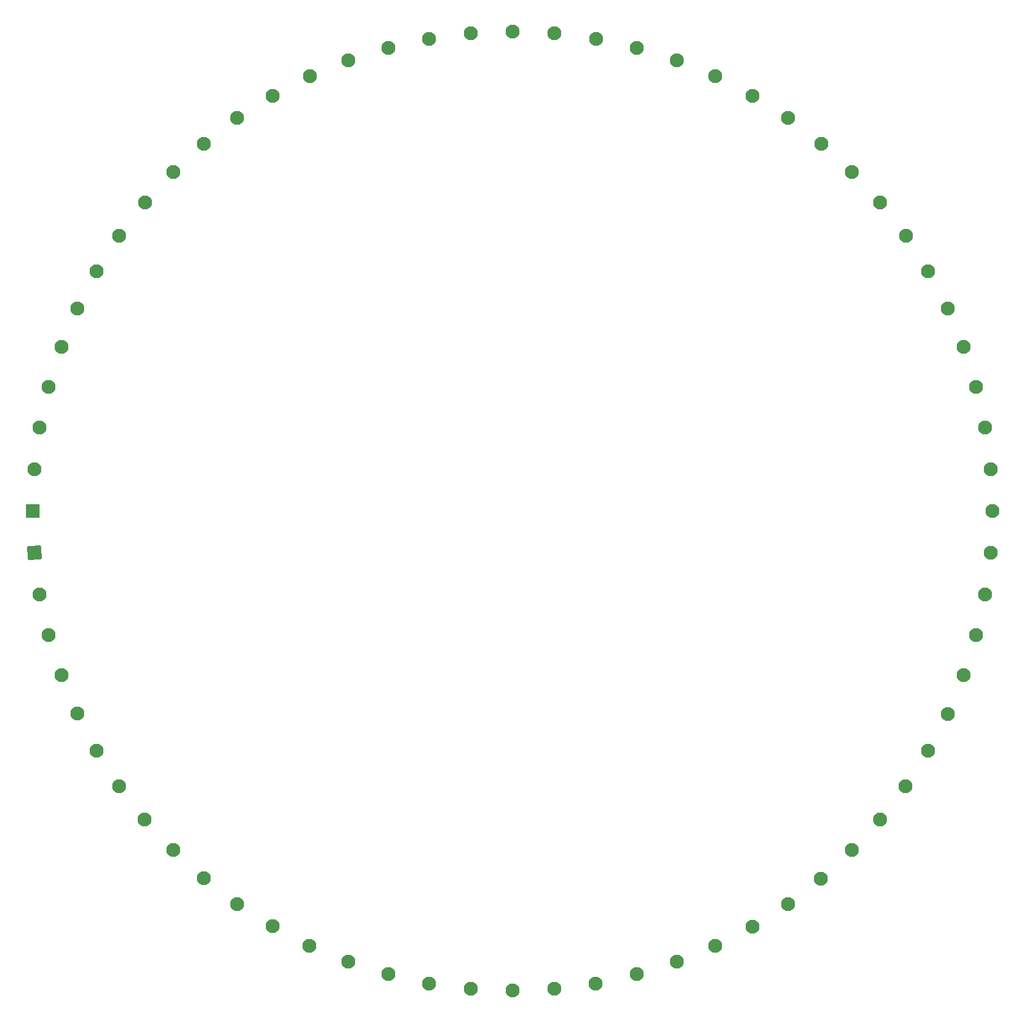
<source format=gts>
G04*
G04 #@! TF.GenerationSoftware,Altium Limited,Altium Designer,19.1.6 (110)*
G04*
G04 Layer_Color=8388736*
%FSLAX25Y25*%
%MOIN*%
G70*
G01*
G75*
%ADD10C,0.08268*%
%ADD11P,0.11692X4X50.0*%
%ADD12R,0.08268X0.08268*%
%ADD13C,0.00394*%
D10*
X-282384Y24728D02*
D03*
X-279154Y49245D02*
D03*
X-273800Y73388D02*
D03*
X-266362Y96972D02*
D03*
X-256897Y119818D02*
D03*
X-245476Y141752D02*
D03*
X-232188Y162607D02*
D03*
X-217132Y182225D02*
D03*
X-200424Y200455D02*
D03*
X-182190Y217161D02*
D03*
X-162570Y232213D02*
D03*
X-141713Y245499D02*
D03*
X-119777Y256916D02*
D03*
X-96930Y266377D02*
D03*
X-73344Y273812D02*
D03*
X-49201Y279162D02*
D03*
X-24683Y282388D02*
D03*
X22Y283465D02*
D03*
X24728Y282384D02*
D03*
X49245Y279154D02*
D03*
X73388Y273800D02*
D03*
X96972Y266362D02*
D03*
X119818Y256897D02*
D03*
X141752Y245476D02*
D03*
X162607Y232188D02*
D03*
X182225Y217132D02*
D03*
X200455Y200424D02*
D03*
X217161Y182190D02*
D03*
X232213Y162570D02*
D03*
X245499Y141713D02*
D03*
X256916Y119777D02*
D03*
X266377Y96930D02*
D03*
X273812Y73344D02*
D03*
X279162Y49201D02*
D03*
X282388Y24683D02*
D03*
X283465Y-22D02*
D03*
X282384Y-24728D02*
D03*
X279154Y-49245D02*
D03*
X273800Y-73388D02*
D03*
X266362Y-96972D02*
D03*
X256897Y-119818D02*
D03*
X245476Y-141752D02*
D03*
X232188Y-162607D02*
D03*
X217132Y-182225D02*
D03*
X200424Y-200455D02*
D03*
X182190Y-217161D02*
D03*
X162570Y-232213D02*
D03*
X141713Y-245499D02*
D03*
X119777Y-256916D02*
D03*
X96930Y-266377D02*
D03*
X73344Y-273812D02*
D03*
X49201Y-279162D02*
D03*
X24683Y-282388D02*
D03*
X-22Y-283465D02*
D03*
X-24728Y-282384D02*
D03*
X-49245Y-279154D02*
D03*
X-73388Y-273800D02*
D03*
X-96972Y-266362D02*
D03*
X-119818Y-256897D02*
D03*
X-141752Y-245476D02*
D03*
X-162607Y-232188D02*
D03*
X-182225Y-217132D02*
D03*
X-200455Y-200424D02*
D03*
X-217161Y-182190D02*
D03*
X-232213Y-162570D02*
D03*
X-245499Y-141713D02*
D03*
X-256916Y-119777D02*
D03*
X-266377Y-96930D02*
D03*
X-273812Y-73344D02*
D03*
X-279162Y-49201D02*
D03*
X-283465Y0D02*
D03*
D11*
X-282388Y-24683D02*
D03*
D12*
X-283465Y22D02*
D03*
D13*
X0Y0D02*
D03*
M02*

</source>
